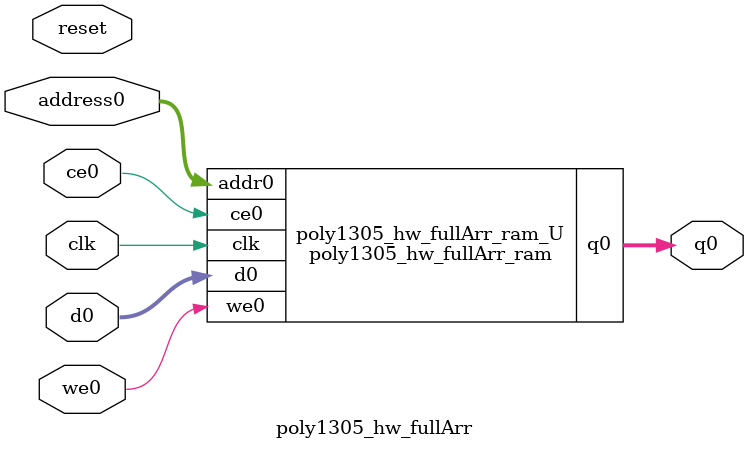
<source format=v>
`timescale 1 ns / 1 ps
module poly1305_hw_fullArr_ram (addr0, ce0, d0, we0, q0,  clk);

parameter DWIDTH = 9;
parameter AWIDTH = 6;
parameter MEM_SIZE = 40;

input[AWIDTH-1:0] addr0;
input ce0;
input[DWIDTH-1:0] d0;
input we0;
output reg[DWIDTH-1:0] q0;
input clk;

(* ram_style = "distributed" *)reg [DWIDTH-1:0] ram[0:MEM_SIZE-1];




always @(posedge clk)  
begin 
    if (ce0) 
    begin
        if (we0) 
        begin 
            ram[addr0] <= d0; 
        end 
        q0 <= ram[addr0];
    end
end


endmodule

`timescale 1 ns / 1 ps
module poly1305_hw_fullArr(
    reset,
    clk,
    address0,
    ce0,
    we0,
    d0,
    q0);

parameter DataWidth = 32'd9;
parameter AddressRange = 32'd40;
parameter AddressWidth = 32'd6;
input reset;
input clk;
input[AddressWidth - 1:0] address0;
input ce0;
input we0;
input[DataWidth - 1:0] d0;
output[DataWidth - 1:0] q0;



poly1305_hw_fullArr_ram poly1305_hw_fullArr_ram_U(
    .clk( clk ),
    .addr0( address0 ),
    .ce0( ce0 ),
    .we0( we0 ),
    .d0( d0 ),
    .q0( q0 ));

endmodule


</source>
